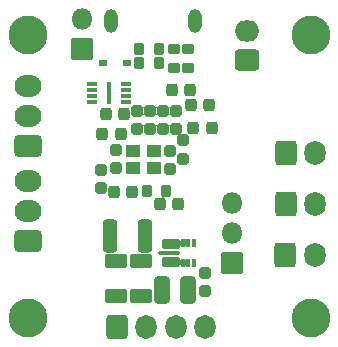
<source format=gbs>
G04 #@! TF.GenerationSoftware,KiCad,Pcbnew,(6.0.7)*
G04 #@! TF.CreationDate,2022-10-27T11:51:29+02:00*
G04 #@! TF.ProjectId,reservoirCon,72657365-7276-46f6-9972-436f6e2e6b69,rev?*
G04 #@! TF.SameCoordinates,Original*
G04 #@! TF.FileFunction,Soldermask,Bot*
G04 #@! TF.FilePolarity,Negative*
%FSLAX46Y46*%
G04 Gerber Fmt 4.6, Leading zero omitted, Abs format (unit mm)*
G04 Created by KiCad (PCBNEW (6.0.7)) date 2022-10-27 11:51:29*
%MOMM*%
%LPD*%
G01*
G04 APERTURE LIST*
G04 Aperture macros list*
%AMRoundRect*
0 Rectangle with rounded corners*
0 $1 Rounding radius*
0 $2 $3 $4 $5 $6 $7 $8 $9 X,Y pos of 4 corners*
0 Add a 4 corners polygon primitive as box body*
4,1,4,$2,$3,$4,$5,$6,$7,$8,$9,$2,$3,0*
0 Add four circle primitives for the rounded corners*
1,1,$1+$1,$2,$3*
1,1,$1+$1,$4,$5*
1,1,$1+$1,$6,$7*
1,1,$1+$1,$8,$9*
0 Add four rect primitives between the rounded corners*
20,1,$1+$1,$2,$3,$4,$5,0*
20,1,$1+$1,$4,$5,$6,$7,0*
20,1,$1+$1,$6,$7,$8,$9,0*
20,1,$1+$1,$8,$9,$2,$3,0*%
G04 Aperture macros list end*
%ADD10RoundRect,0.300000X-0.600000X-0.750000X0.600000X-0.750000X0.600000X0.750000X-0.600000X0.750000X0*%
%ADD11O,1.800000X2.100000*%
%ADD12RoundRect,0.050000X0.850000X0.850000X-0.850000X0.850000X-0.850000X-0.850000X0.850000X-0.850000X0*%
%ADD13O,1.800000X1.800000*%
%ADD14C,3.300000*%
%ADD15RoundRect,0.300000X0.750000X-0.600000X0.750000X0.600000X-0.750000X0.600000X-0.750000X-0.600000X0*%
%ADD16O,2.100000X1.800000*%
%ADD17RoundRect,0.300000X0.845000X-0.620000X0.845000X0.620000X-0.845000X0.620000X-0.845000X-0.620000X0*%
%ADD18O,2.290000X1.840000*%
%ADD19RoundRect,0.300000X-0.600000X-0.725000X0.600000X-0.725000X0.600000X0.725000X-0.600000X0.725000X0*%
%ADD20O,1.800000X2.050000*%
%ADD21O,1.150000X2.000000*%
%ADD22RoundRect,0.275000X-0.225000X-0.250000X0.225000X-0.250000X0.225000X0.250000X-0.225000X0.250000X0*%
%ADD23RoundRect,0.300000X-0.325000X-1.100000X0.325000X-1.100000X0.325000X1.100000X-0.325000X1.100000X0*%
%ADD24RoundRect,0.250000X-0.525000X0.200000X-0.525000X-0.200000X0.525000X-0.200000X0.525000X0.200000X0*%
%ADD25RoundRect,0.125000X-0.075000X0.225000X-0.075000X-0.225000X0.075000X-0.225000X0.075000X0.225000X0*%
%ADD26RoundRect,0.125000X-0.787500X0.075000X-0.787500X-0.075000X0.787500X-0.075000X0.787500X0.075000X0*%
%ADD27RoundRect,0.275000X-0.250000X0.225000X-0.250000X-0.225000X0.250000X-0.225000X0.250000X0.225000X0*%
%ADD28RoundRect,0.300000X0.375000X0.850000X-0.375000X0.850000X-0.375000X-0.850000X0.375000X-0.850000X0*%
%ADD29RoundRect,0.300000X-0.650000X0.325000X-0.650000X-0.325000X0.650000X-0.325000X0.650000X0.325000X0*%
%ADD30RoundRect,0.050000X-0.575000X-0.500000X0.575000X-0.500000X0.575000X0.500000X-0.575000X0.500000X0*%
%ADD31RoundRect,0.050000X-0.375000X-0.150000X0.375000X-0.150000X0.375000X0.150000X-0.375000X0.150000X0*%
%ADD32RoundRect,0.050000X-0.150000X-0.850000X0.150000X-0.850000X0.150000X0.850000X-0.150000X0.850000X0*%
%ADD33RoundRect,0.250000X-0.200000X-0.275000X0.200000X-0.275000X0.200000X0.275000X-0.200000X0.275000X0*%
%ADD34RoundRect,0.275000X0.225000X0.250000X-0.225000X0.250000X-0.225000X-0.250000X0.225000X-0.250000X0*%
%ADD35RoundRect,0.250000X0.275000X-0.200000X0.275000X0.200000X-0.275000X0.200000X-0.275000X-0.200000X0*%
%ADD36RoundRect,0.050000X-0.300000X-0.225000X0.300000X-0.225000X0.300000X0.225000X-0.300000X0.225000X0*%
%ADD37RoundRect,0.275000X0.250000X-0.225000X0.250000X0.225000X-0.250000X0.225000X-0.250000X-0.225000X0*%
%ADD38RoundRect,0.250000X-0.275000X0.200000X-0.275000X-0.200000X0.275000X-0.200000X0.275000X0.200000X0*%
%ADD39RoundRect,0.268750X0.218750X0.256250X-0.218750X0.256250X-0.218750X-0.256250X0.218750X-0.256250X0*%
G04 APERTURE END LIST*
D10*
X162250000Y-107000000D03*
D11*
X164750000Y-107000000D03*
D12*
X145000000Y-98200000D03*
D13*
X145000000Y-95660000D03*
D14*
X164400000Y-97000000D03*
D15*
X159000000Y-99150000D03*
D16*
X159000000Y-96650000D03*
D14*
X164400000Y-121000000D03*
D17*
X140420000Y-114440000D03*
D18*
X140420000Y-111900000D03*
X140420000Y-109360000D03*
D19*
X147950000Y-121700000D03*
D20*
X150450000Y-121700000D03*
X152950000Y-121700000D03*
X155450000Y-121700000D03*
D17*
X140420000Y-106440000D03*
D18*
X140420000Y-103900000D03*
X140420000Y-101360000D03*
D10*
X162250000Y-111300000D03*
D11*
X164750000Y-111300000D03*
D14*
X140400000Y-121000000D03*
D10*
X162200000Y-115600000D03*
D11*
X164700000Y-115600000D03*
D14*
X140400000Y-97000000D03*
D21*
X154575000Y-95800000D03*
X147425000Y-95800000D03*
D12*
X157700000Y-116325000D03*
D13*
X157700000Y-113785000D03*
X157700000Y-111245000D03*
D22*
X151625000Y-111300000D03*
X153175000Y-111300000D03*
D23*
X147400000Y-114000000D03*
X150350000Y-114000000D03*
D24*
X152512500Y-114700000D03*
D25*
X153562500Y-114600000D03*
X154012500Y-114600000D03*
X154462500Y-114600000D03*
X154462500Y-116300000D03*
X154012500Y-116300000D03*
X153562500Y-116300000D03*
D24*
X152512500Y-116200000D03*
D26*
X152375000Y-115450000D03*
D27*
X147900000Y-106725000D03*
X147900000Y-108275000D03*
D28*
X153975000Y-118600000D03*
X151825000Y-118600000D03*
D29*
X150000000Y-116125000D03*
X150000000Y-119075000D03*
D30*
X149325000Y-106850000D03*
X151075000Y-106850000D03*
X151075000Y-108250000D03*
X149325000Y-108250000D03*
D27*
X146600000Y-108425000D03*
X146600000Y-109975000D03*
D22*
X146725000Y-105400000D03*
X148275000Y-105400000D03*
D31*
X145850000Y-102657559D03*
X145850000Y-102157559D03*
X145850000Y-101657559D03*
X145850000Y-101157559D03*
X148750000Y-101157559D03*
X148750000Y-101657559D03*
X148750000Y-102157559D03*
X148750000Y-102657559D03*
D32*
X147300000Y-101907559D03*
D27*
X149700000Y-103425000D03*
X149700000Y-104975000D03*
D33*
X149875000Y-99400000D03*
X151525000Y-99400000D03*
D27*
X151900000Y-103425000D03*
X151900000Y-104975000D03*
D29*
X147900000Y-116125000D03*
X147900000Y-119075000D03*
D22*
X154425000Y-104900000D03*
X155975000Y-104900000D03*
D34*
X149275000Y-110300000D03*
X147725000Y-110300000D03*
D35*
X154000000Y-99825000D03*
X154000000Y-98175000D03*
D36*
X146750000Y-99400000D03*
X148850000Y-99400000D03*
D27*
X150800000Y-103425000D03*
X150800000Y-104975000D03*
D33*
X150475000Y-110200000D03*
X152125000Y-110200000D03*
D27*
X153000000Y-103425000D03*
X153000000Y-104975000D03*
D22*
X154225000Y-102900000D03*
X155775000Y-102900000D03*
D34*
X148575000Y-103700000D03*
X147025000Y-103700000D03*
D37*
X153600000Y-107475000D03*
X153600000Y-105925000D03*
X152500000Y-108375000D03*
X152500000Y-106825000D03*
D38*
X152800000Y-98175000D03*
X152800000Y-99825000D03*
D37*
X155400000Y-118675000D03*
X155400000Y-117125000D03*
D33*
X149875000Y-98200000D03*
X151525000Y-98200000D03*
D39*
X154187500Y-101700000D03*
X152612500Y-101700000D03*
G36*
X153749126Y-116018064D02*
G01*
X153778167Y-116037469D01*
X153814294Y-116030283D01*
X153824175Y-116020402D01*
X153826107Y-116019884D01*
X153827521Y-116021298D01*
X153827252Y-116022927D01*
X153823900Y-116027944D01*
X153814500Y-116075199D01*
X153814500Y-116524801D01*
X153823900Y-116572056D01*
X153828648Y-116579162D01*
X153828779Y-116581158D01*
X153827116Y-116582269D01*
X153825874Y-116581936D01*
X153796833Y-116562531D01*
X153760706Y-116569717D01*
X153750825Y-116579598D01*
X153748893Y-116580116D01*
X153747479Y-116578702D01*
X153747748Y-116577073D01*
X153751100Y-116572056D01*
X153760500Y-116524801D01*
X153760500Y-116075199D01*
X153751100Y-116027944D01*
X153746352Y-116020838D01*
X153746221Y-116018842D01*
X153747884Y-116017731D01*
X153749126Y-116018064D01*
G37*
G36*
X154199126Y-116018064D02*
G01*
X154228167Y-116037469D01*
X154264294Y-116030283D01*
X154274175Y-116020402D01*
X154276107Y-116019884D01*
X154277521Y-116021298D01*
X154277252Y-116022927D01*
X154273900Y-116027944D01*
X154264500Y-116075199D01*
X154264500Y-116524801D01*
X154273900Y-116572056D01*
X154278648Y-116579162D01*
X154278779Y-116581158D01*
X154277116Y-116582269D01*
X154275874Y-116581936D01*
X154246833Y-116562531D01*
X154210706Y-116569717D01*
X154200825Y-116579598D01*
X154198893Y-116580116D01*
X154197479Y-116578702D01*
X154197748Y-116577073D01*
X154201100Y-116572056D01*
X154210500Y-116524801D01*
X154210500Y-116075199D01*
X154201100Y-116027944D01*
X154196352Y-116020838D01*
X154196221Y-116018842D01*
X154197884Y-116017731D01*
X154199126Y-116018064D01*
G37*
G36*
X153274727Y-115925783D02*
G01*
X153282387Y-115943028D01*
X153282545Y-115943607D01*
X153288644Y-115995534D01*
X153288156Y-115996668D01*
X153288900Y-115997287D01*
X153306908Y-116029509D01*
X153342135Y-116039477D01*
X153373274Y-116022074D01*
X153375274Y-116022102D01*
X153376250Y-116023848D01*
X153375913Y-116024931D01*
X153373900Y-116027944D01*
X153364500Y-116075199D01*
X153364500Y-116507355D01*
X153363500Y-116509087D01*
X153361500Y-116509087D01*
X153360652Y-116508120D01*
X153346326Y-116473533D01*
X153312502Y-116459523D01*
X153278462Y-116473622D01*
X153273205Y-116481293D01*
X153271401Y-116482156D01*
X153269751Y-116481025D01*
X153269593Y-116479772D01*
X153285500Y-116399801D01*
X153285500Y-116000195D01*
X153285193Y-115998654D01*
X153285643Y-115997327D01*
X153284696Y-115996157D01*
X153270937Y-115926985D01*
X153271580Y-115925091D01*
X153273542Y-115924701D01*
X153274727Y-115925783D01*
G37*
G36*
X153363800Y-114391064D02*
G01*
X153364500Y-114392584D01*
X153364500Y-114824801D01*
X153373900Y-114872056D01*
X153377711Y-114877760D01*
X153377842Y-114879756D01*
X153376179Y-114880867D01*
X153374937Y-114880534D01*
X153345893Y-114861127D01*
X153309985Y-114868270D01*
X153289186Y-114899399D01*
X153289031Y-114899295D01*
X153288218Y-114900301D01*
X153286243Y-114899989D01*
X153285500Y-114898434D01*
X153285500Y-114500199D01*
X153268994Y-114417215D01*
X153269637Y-114415321D01*
X153271599Y-114414931D01*
X153272334Y-114415375D01*
X153295320Y-114437227D01*
X153331918Y-114436300D01*
X153357307Y-114409594D01*
X153360534Y-114392219D01*
X153361833Y-114390698D01*
X153363800Y-114391064D01*
G37*
G36*
X154199126Y-114318064D02*
G01*
X154228167Y-114337469D01*
X154264294Y-114330283D01*
X154274175Y-114320402D01*
X154276107Y-114319884D01*
X154277521Y-114321298D01*
X154277252Y-114322927D01*
X154273900Y-114327944D01*
X154264500Y-114375199D01*
X154264500Y-114824801D01*
X154273900Y-114872056D01*
X154278648Y-114879162D01*
X154278779Y-114881158D01*
X154277116Y-114882269D01*
X154275874Y-114881936D01*
X154246833Y-114862531D01*
X154210706Y-114869717D01*
X154200825Y-114879598D01*
X154198893Y-114880116D01*
X154197479Y-114878702D01*
X154197748Y-114877073D01*
X154201100Y-114872056D01*
X154210500Y-114824801D01*
X154210500Y-114375199D01*
X154201100Y-114327944D01*
X154196352Y-114320838D01*
X154196221Y-114318842D01*
X154197884Y-114317731D01*
X154199126Y-114318064D01*
G37*
G36*
X153749126Y-114318064D02*
G01*
X153778167Y-114337469D01*
X153814294Y-114330283D01*
X153824175Y-114320402D01*
X153826107Y-114319884D01*
X153827521Y-114321298D01*
X153827252Y-114322927D01*
X153823900Y-114327944D01*
X153814500Y-114375199D01*
X153814500Y-114824801D01*
X153823900Y-114872056D01*
X153828648Y-114879162D01*
X153828779Y-114881158D01*
X153827116Y-114882269D01*
X153825874Y-114881936D01*
X153796833Y-114862531D01*
X153760706Y-114869717D01*
X153750825Y-114879598D01*
X153748893Y-114880116D01*
X153747479Y-114878702D01*
X153747748Y-114877073D01*
X153751100Y-114872056D01*
X153760500Y-114824801D01*
X153760500Y-114375199D01*
X153751100Y-114327944D01*
X153746352Y-114320838D01*
X153746221Y-114318842D01*
X153747884Y-114317731D01*
X153749126Y-114318064D01*
G37*
G36*
X151771044Y-110664620D02*
G01*
X151830108Y-110704085D01*
X151925199Y-110723000D01*
X152017589Y-110723000D01*
X152019321Y-110724000D01*
X152019321Y-110726000D01*
X152018354Y-110726848D01*
X151983765Y-110741175D01*
X151969755Y-110774999D01*
X151983859Y-110809051D01*
X151997460Y-110818574D01*
X152008136Y-110823552D01*
X152008705Y-110823951D01*
X152024826Y-110840072D01*
X152025344Y-110842004D01*
X152023930Y-110843418D01*
X152022301Y-110843149D01*
X151954459Y-110797818D01*
X151849801Y-110777000D01*
X151761093Y-110777000D01*
X151759361Y-110776000D01*
X151759361Y-110774000D01*
X151760328Y-110773152D01*
X151794917Y-110758825D01*
X151808927Y-110725001D01*
X151794828Y-110690961D01*
X151785393Y-110684495D01*
X151785111Y-110684260D01*
X151768520Y-110667698D01*
X151768001Y-110665767D01*
X151769414Y-110664352D01*
X151771044Y-110664620D01*
G37*
G36*
X152408294Y-104657744D02*
G01*
X152433640Y-104680971D01*
X152470266Y-104679371D01*
X152491596Y-104658041D01*
X152493528Y-104657523D01*
X152494942Y-104658937D01*
X152494972Y-104659845D01*
X152477000Y-104750199D01*
X152477000Y-105199801D01*
X152495019Y-105290391D01*
X152494376Y-105292285D01*
X152492414Y-105292675D01*
X152491706Y-105292256D01*
X152466360Y-105269029D01*
X152429734Y-105270629D01*
X152408404Y-105291959D01*
X152406472Y-105292477D01*
X152405058Y-105291063D01*
X152405028Y-105290155D01*
X152423000Y-105199801D01*
X152423000Y-104750199D01*
X152404981Y-104659609D01*
X152405624Y-104657715D01*
X152407586Y-104657325D01*
X152408294Y-104657744D01*
G37*
G36*
X151308294Y-104657744D02*
G01*
X151333640Y-104680971D01*
X151370266Y-104679371D01*
X151391596Y-104658041D01*
X151393528Y-104657523D01*
X151394942Y-104658937D01*
X151394972Y-104659845D01*
X151377000Y-104750199D01*
X151377000Y-105199801D01*
X151395019Y-105290391D01*
X151394376Y-105292285D01*
X151392414Y-105292675D01*
X151391706Y-105292256D01*
X151366360Y-105269029D01*
X151329734Y-105270629D01*
X151308404Y-105291959D01*
X151306472Y-105292477D01*
X151305058Y-105291063D01*
X151305028Y-105290155D01*
X151323000Y-105199801D01*
X151323000Y-104750199D01*
X151304981Y-104659609D01*
X151305624Y-104657715D01*
X151307586Y-104657325D01*
X151308294Y-104657744D01*
G37*
G36*
X150208294Y-104657744D02*
G01*
X150233640Y-104680971D01*
X150270266Y-104679371D01*
X150291596Y-104658041D01*
X150293528Y-104657523D01*
X150294942Y-104658937D01*
X150294972Y-104659845D01*
X150277000Y-104750199D01*
X150277000Y-105199801D01*
X150295019Y-105290391D01*
X150294376Y-105292285D01*
X150292414Y-105292675D01*
X150291706Y-105292256D01*
X150266360Y-105269029D01*
X150229734Y-105270629D01*
X150208404Y-105291959D01*
X150206472Y-105292477D01*
X150205058Y-105291063D01*
X150205028Y-105290155D01*
X150223000Y-105199801D01*
X150223000Y-104750199D01*
X150204981Y-104659609D01*
X150205624Y-104657715D01*
X150207586Y-104657325D01*
X150208294Y-104657744D01*
G37*
G36*
X152408294Y-103107744D02*
G01*
X152433640Y-103130971D01*
X152470266Y-103129371D01*
X152491596Y-103108041D01*
X152493528Y-103107523D01*
X152494942Y-103108937D01*
X152494972Y-103109845D01*
X152477000Y-103200199D01*
X152477000Y-103649801D01*
X152495019Y-103740391D01*
X152494376Y-103742285D01*
X152492414Y-103742675D01*
X152491706Y-103742256D01*
X152466360Y-103719029D01*
X152429734Y-103720629D01*
X152408404Y-103741959D01*
X152406472Y-103742477D01*
X152405058Y-103741063D01*
X152405028Y-103740155D01*
X152423000Y-103649801D01*
X152423000Y-103200199D01*
X152404981Y-103109609D01*
X152405624Y-103107715D01*
X152407586Y-103107325D01*
X152408294Y-103107744D01*
G37*
G36*
X150208294Y-103107744D02*
G01*
X150233640Y-103130971D01*
X150270266Y-103129371D01*
X150291596Y-103108041D01*
X150293528Y-103107523D01*
X150294942Y-103108937D01*
X150294972Y-103109845D01*
X150277000Y-103200199D01*
X150277000Y-103649801D01*
X150295019Y-103740391D01*
X150294376Y-103742285D01*
X150292414Y-103742675D01*
X150291706Y-103742256D01*
X150266360Y-103719029D01*
X150229734Y-103720629D01*
X150208404Y-103741959D01*
X150206472Y-103742477D01*
X150205058Y-103741063D01*
X150205028Y-103740155D01*
X150223000Y-103649801D01*
X150223000Y-103200199D01*
X150204981Y-103109609D01*
X150205624Y-103107715D01*
X150207586Y-103107325D01*
X150208294Y-103107744D01*
G37*
G36*
X151308294Y-103107744D02*
G01*
X151333640Y-103130971D01*
X151370266Y-103129371D01*
X151391596Y-103108041D01*
X151393528Y-103107523D01*
X151394942Y-103108937D01*
X151394972Y-103109845D01*
X151377000Y-103200199D01*
X151377000Y-103649801D01*
X151395019Y-103740391D01*
X151394376Y-103742285D01*
X151392414Y-103742675D01*
X151391706Y-103742256D01*
X151366360Y-103719029D01*
X151329734Y-103720629D01*
X151308404Y-103741959D01*
X151306472Y-103742477D01*
X151305058Y-103741063D01*
X151305028Y-103740155D01*
X151323000Y-103649801D01*
X151323000Y-103200199D01*
X151304981Y-103109609D01*
X151305624Y-103107715D01*
X151307586Y-103107325D01*
X151308294Y-103107744D01*
G37*
M02*

</source>
